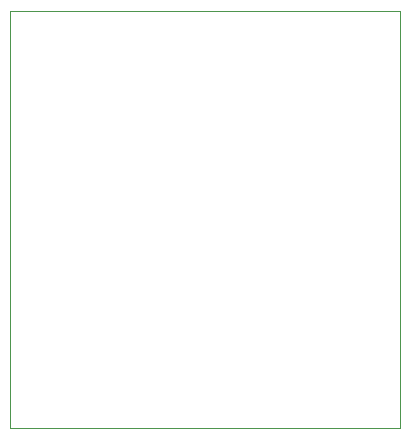
<source format=gbr>
%TF.GenerationSoftware,KiCad,Pcbnew,(6.0.9)*%
%TF.CreationDate,2022-11-26T15:45:47+01:00*%
%TF.ProjectId,h3_extra_ports,68335f65-7874-4726-915f-706f7274732e,rev?*%
%TF.SameCoordinates,Original*%
%TF.FileFunction,Profile,NP*%
%FSLAX46Y46*%
G04 Gerber Fmt 4.6, Leading zero omitted, Abs format (unit mm)*
G04 Created by KiCad (PCBNEW (6.0.9)) date 2022-11-26 15:45:47*
%MOMM*%
%LPD*%
G01*
G04 APERTURE LIST*
%TA.AperFunction,Profile*%
%ADD10C,0.100000*%
%TD*%
G04 APERTURE END LIST*
D10*
X188595000Y-67945000D02*
X188595000Y-48768000D01*
X155575000Y-84074000D02*
X155575000Y-48768000D01*
X155575000Y-48768000D02*
X188595000Y-48768000D01*
X188595000Y-84074000D02*
X188595000Y-67945000D01*
X187325000Y-84074000D02*
X155575000Y-84074000D01*
X187325000Y-84074000D02*
X188595000Y-84074000D01*
M02*

</source>
